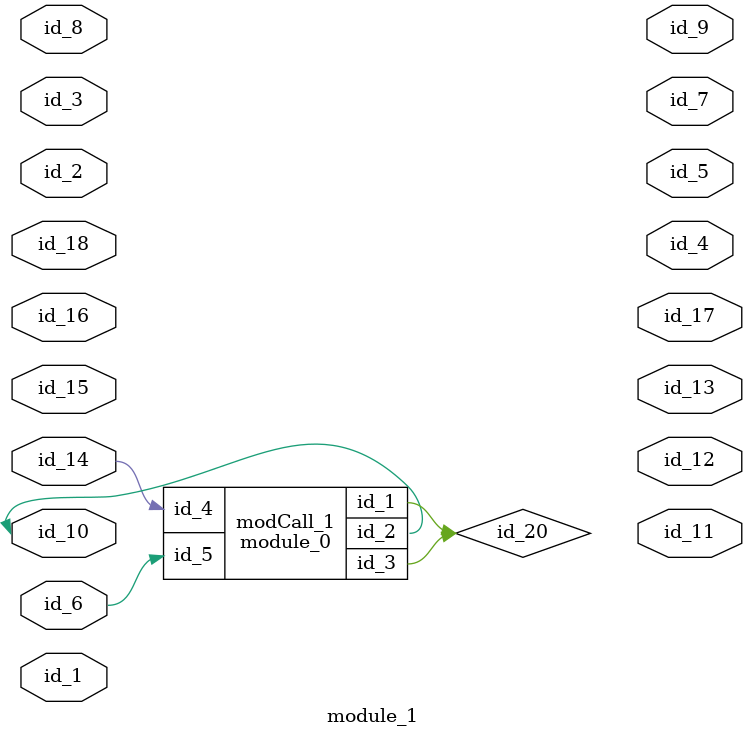
<source format=v>
module module_0 (
    id_1,
    id_2,
    id_3,
    id_4,
    id_5
);
  input wire id_5;
  input wire id_4;
  inout wire id_3;
  inout wire id_2;
  output wire id_1;
  wire id_6;
endmodule
module module_1 (
    id_1,
    id_2,
    id_3,
    id_4,
    id_5,
    id_6,
    id_7,
    id_8,
    id_9,
    id_10,
    id_11,
    id_12,
    id_13,
    id_14,
    id_15,
    id_16,
    id_17,
    id_18
);
  input wire id_18;
  output wire id_17;
  inout wire id_16;
  input wire id_15;
  inout wire id_14;
  output wire id_13;
  output wire id_12;
  output wire id_11;
  inout wire id_10;
  output wire id_9;
  inout wire id_8;
  output wire id_7;
  inout wire id_6;
  output wire id_5;
  output wire id_4;
  input wire id_3;
  inout wire id_2;
  input wire id_1;
  wire id_19;
  wire id_20;
  module_0 modCall_1 (
      id_20,
      id_10,
      id_20,
      id_14,
      id_6
  );
endmodule

</source>
